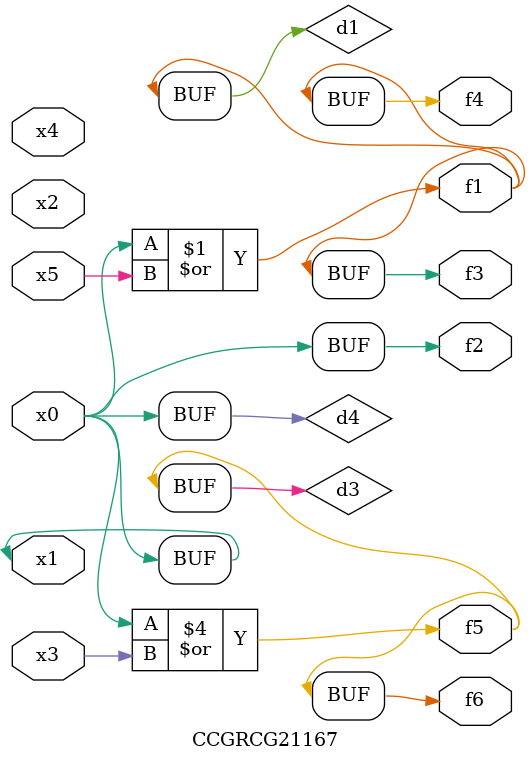
<source format=v>
module CCGRCG21167(
	input x0, x1, x2, x3, x4, x5,
	output f1, f2, f3, f4, f5, f6
);

	wire d1, d2, d3, d4;

	or (d1, x0, x5);
	xnor (d2, x1, x4);
	or (d3, x0, x3);
	buf (d4, x0, x1);
	assign f1 = d1;
	assign f2 = d4;
	assign f3 = d1;
	assign f4 = d1;
	assign f5 = d3;
	assign f6 = d3;
endmodule

</source>
